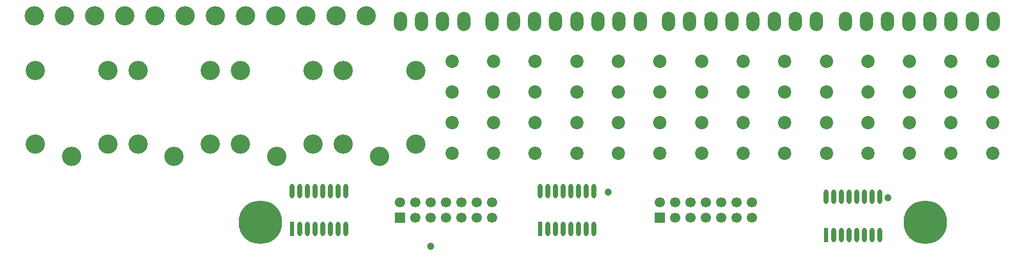
<source format=gts>
G04 Layer_Color=8388736*
%FSLAX42Y42*%
%MOMM*%
G71*
G01*
G75*
%ADD27R,0.80X2.40*%
%ADD28O,0.80X2.40*%
%ADD29C,3.20*%
%ADD30C,2.20*%
%ADD31C,1.70*%
%ADD32R,1.70X1.70*%
%ADD33O,2.20X3.20*%
%ADD34C,7.20*%
%ADD35C,1.20*%
D27*
X524Y-113D02*
D03*
X4624D02*
D03*
X9357Y-208D02*
D03*
D28*
X651Y-113D02*
D03*
X778Y-113D02*
D03*
X905D02*
D03*
X1032D02*
D03*
X1159D02*
D03*
X1286Y-113D02*
D03*
X1413Y-113D02*
D03*
X524Y517D02*
D03*
X651D02*
D03*
X778D02*
D03*
X905D02*
D03*
X1032D02*
D03*
X1159D02*
D03*
X1286D02*
D03*
X1413D02*
D03*
X4751Y-113D02*
D03*
X4878Y-113D02*
D03*
X5005D02*
D03*
X5132D02*
D03*
X5259D02*
D03*
X5386Y-113D02*
D03*
X5513Y-113D02*
D03*
X4624Y517D02*
D03*
X4751D02*
D03*
X4878D02*
D03*
X5005D02*
D03*
X5132D02*
D03*
X5259D02*
D03*
X5386D02*
D03*
X5513D02*
D03*
X9484Y-208D02*
D03*
X9611Y-208D02*
D03*
X9738D02*
D03*
X9865D02*
D03*
X9992D02*
D03*
X10119Y-208D02*
D03*
X10246Y-208D02*
D03*
X9357Y422D02*
D03*
X9484D02*
D03*
X9611D02*
D03*
X9738D02*
D03*
X9865D02*
D03*
X9992D02*
D03*
X10119D02*
D03*
X10246D02*
D03*
D29*
X1750Y3425D02*
D03*
X750D02*
D03*
X1250D02*
D03*
X250D02*
D03*
X-750D02*
D03*
X-250D02*
D03*
X-1250D02*
D03*
X-2250D02*
D03*
X-1750D02*
D03*
X-2750D02*
D03*
X-3750D02*
D03*
X-3250D02*
D03*
X2569Y2512D02*
D03*
X1369D02*
D03*
X1969Y1092D02*
D03*
X2569Y1292D02*
D03*
X1369D02*
D03*
X869Y2512D02*
D03*
X-331D02*
D03*
X269Y1092D02*
D03*
X869Y1292D02*
D03*
X-331D02*
D03*
X-831Y2512D02*
D03*
X-2031D02*
D03*
X-1431Y1092D02*
D03*
X-831Y1292D02*
D03*
X-2031D02*
D03*
X-2531Y2512D02*
D03*
X-3731D02*
D03*
X-3131Y1092D02*
D03*
X-2531Y1292D02*
D03*
X-3731D02*
D03*
D30*
X3169Y1648D02*
D03*
X3169Y2156D02*
D03*
X3169Y2664D02*
D03*
X3169Y1140D02*
D03*
X3857Y1648D02*
D03*
X3857Y2156D02*
D03*
X3857Y2664D02*
D03*
Y1140D02*
D03*
X4546Y1648D02*
D03*
X4546Y2156D02*
D03*
Y2664D02*
D03*
Y1140D02*
D03*
X5234Y1648D02*
D03*
X5234Y2156D02*
D03*
X5234Y2664D02*
D03*
X5234Y1140D02*
D03*
X5922Y1648D02*
D03*
Y2156D02*
D03*
Y2664D02*
D03*
Y1140D02*
D03*
X6611Y1648D02*
D03*
Y2156D02*
D03*
Y2664D02*
D03*
Y1140D02*
D03*
X7299Y1648D02*
D03*
Y2156D02*
D03*
Y2664D02*
D03*
Y1140D02*
D03*
X7988Y1648D02*
D03*
X7988Y2156D02*
D03*
X7988Y2664D02*
D03*
X7988Y1140D02*
D03*
X9365Y1648D02*
D03*
X9365Y2156D02*
D03*
Y2664D02*
D03*
Y1140D02*
D03*
X10053Y1648D02*
D03*
Y2156D02*
D03*
X10053Y2664D02*
D03*
X10053Y1140D02*
D03*
X10742Y1648D02*
D03*
X10742Y2156D02*
D03*
Y2664D02*
D03*
Y1140D02*
D03*
X11430Y1648D02*
D03*
Y2156D02*
D03*
X11430Y2664D02*
D03*
X11430Y1140D02*
D03*
X12119Y1648D02*
D03*
X12119Y2156D02*
D03*
X12119Y2664D02*
D03*
Y1140D02*
D03*
X8676Y1648D02*
D03*
Y2156D02*
D03*
Y2664D02*
D03*
Y1140D02*
D03*
D31*
X3831Y75D02*
D03*
Y329D02*
D03*
X3577Y75D02*
D03*
Y329D02*
D03*
X3323D02*
D03*
Y75D02*
D03*
X3069Y329D02*
D03*
Y75D02*
D03*
X2815Y329D02*
D03*
Y75D02*
D03*
X2561Y329D02*
D03*
Y75D02*
D03*
X2307Y329D02*
D03*
X8131Y75D02*
D03*
Y329D02*
D03*
X7877Y75D02*
D03*
Y329D02*
D03*
X7623D02*
D03*
Y75D02*
D03*
X7369Y329D02*
D03*
Y75D02*
D03*
X7115Y329D02*
D03*
Y75D02*
D03*
X6861Y329D02*
D03*
Y75D02*
D03*
X6607Y329D02*
D03*
D32*
X2307Y75D02*
D03*
X6607D02*
D03*
D33*
X2312Y3325D02*
D03*
X2662D02*
D03*
X3012D02*
D03*
X3362D02*
D03*
X3833D02*
D03*
X4183D02*
D03*
X4533D02*
D03*
X4883D02*
D03*
X5233D02*
D03*
X5583D02*
D03*
X5933D02*
D03*
X6283D02*
D03*
X6753Y3325D02*
D03*
X7103D02*
D03*
X7453D02*
D03*
X7803D02*
D03*
X8153D02*
D03*
X8503D02*
D03*
X8853D02*
D03*
X9203D02*
D03*
X9678D02*
D03*
X10028D02*
D03*
X10378D02*
D03*
X10728D02*
D03*
X11078D02*
D03*
X11428D02*
D03*
X11778D02*
D03*
X12128D02*
D03*
D34*
X0Y0D02*
D03*
X11000D02*
D03*
D35*
X5750Y500D02*
D03*
X10383Y405D02*
D03*
X2812Y-397D02*
D03*
M02*

</source>
